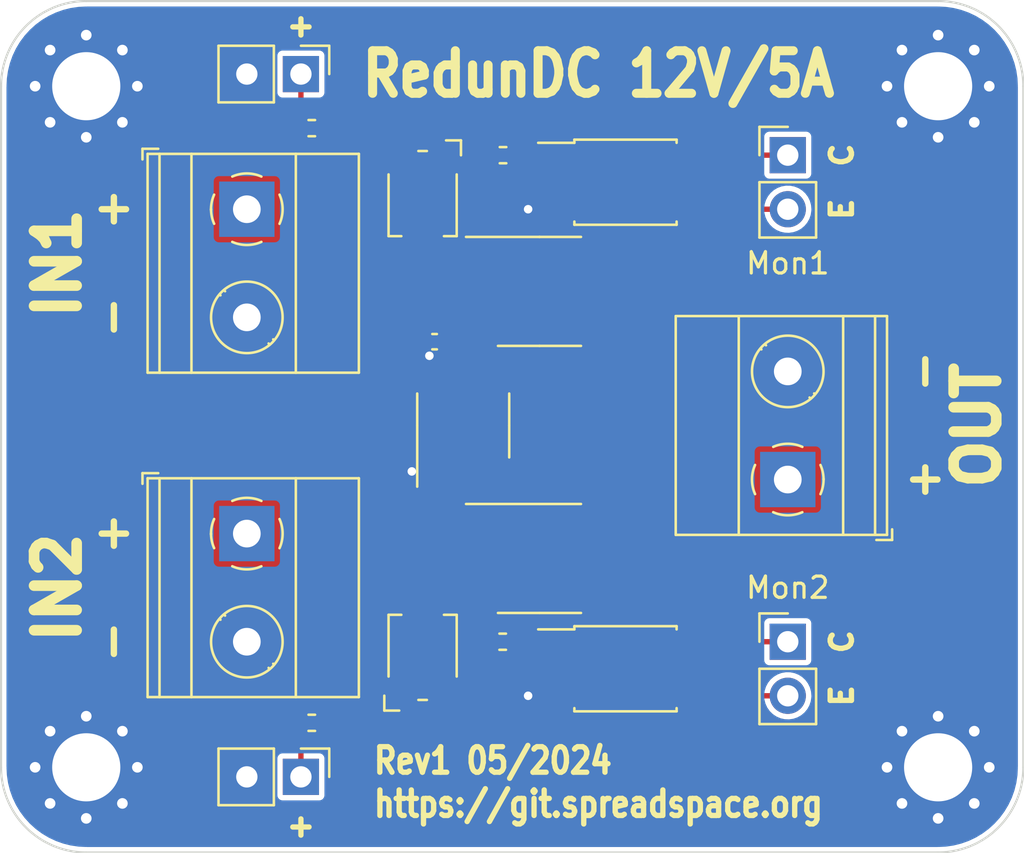
<source format=kicad_pcb>
(kicad_pcb (version 20211014) (generator pcbnew)
  (layers (0 "F.Cu" signal) (31 "B.Cu" signal) (34 "B.Paste" user) (35 "F.Paste" user) (36 "B.SilkS" user "B.Silkscreen") (37 "F.SilkS" user "F.Silkscreen") (38 "B.Mask" user) (39 "F.Mask" user) (44 "Edge.Cuts" user))
  (net 0 "")
  (net 1 "Net-(C1-Pad1)")
  (net 2 "GND")
  (net 3 "Net-(Q1-Pad4)")
  (net 4 "Net-(Q2-Pad4)")
  (net 10 "/IN1")
  (net 11 "/OUT")
  (net 12 "/IN2")
  (net 13 "Net-(R1-Pad2)")
  (net 14 "Net-(R2-Pad2)")
  (net 15 "Net-(J4-Pad1)")
  (net 16 "Net-(J4-Pad2)")
  (net 17 "Net-(J5-Pad2)")
  (net 18 "Net-(J5-Pad1)")
  (net 19 "Net-(J6-Pad1)")
  (net 20 "Net-(J7-Pad1)")
  (net 21 "Net-(R3-Pad1)")
  (net 22 "Net-(R4-Pad1)")
  (footprint "Connector_PinHeader_2.54mm:PinHeader_1x02_P2.54mm_Vertical" (layer "F.Cu") (at 132.08 107.95 -90)
    (fp_text reference "J7" hide)
    (fp_text value "Led2" hide)
    (fp_line (start 1.33 1.27) (end 1.33 3.87) (layer "F.SilkS") (width 0.12))
    (fp_line (start -1.33 1.27) (end -1.33 3.87) (layer "F.SilkS") (width 0.12))
    (fp_line (start -1.33 -1.33) (end 0 -1.33) (layer "F.SilkS") (width 0.12))
    (fp_line (start -1.33 0) (end -1.33 -1.33) (layer "F.SilkS") (width 0.12))
    (fp_line (start -1.33 1.27) (end 1.33 1.27) (layer "F.SilkS") (width 0.12))
    (fp_line (start -1.33 3.87) (end 1.33 3.87) (layer "F.SilkS") (width 0.12))
    (pad "1" thru_hole rect (at 0 0 270) (size 1.7 1.7) (drill 1) (layers *.Cu *.Mask) (net 20 "Net-(J7-Pad1)"))
    (pad "2" thru_hole oval (at 0 2.54 270) (size 1.7 1.7) (drill 1) (layers *.Cu *.Mask) (net 2 "GND"))
  )
  (footprint "Package_SO:MSOP-16_3x4mm_P0.5mm" (layer "F.Cu") (at 139.7 91.44 90)
    (fp_text reference "U1" hide)
    (fp_text value "LTC4353xMS")
    (fp_line (start 0 -2.16) (end -2.875 -2.16) (layer "F.SilkS") (width 0.12))
    (fp_line (start 0 -2.16) (end 1.5 -2.16) (layer "F.SilkS") (width 0.12))
    (fp_line (start 0 2.16) (end 1.5 2.16) (layer "F.SilkS") (width 0.12))
    (fp_line (start 0 2.16) (end -1.5 2.16) (layer "F.SilkS") (width 0.12))
    (pad "1" smd roundrect (at -2.15 -1.75 90) (size 1.45 0.3) (layers "F.Cu" "F.Paste" "F.Mask") (net 2 "GND"))
    (pad "2" smd roundrect (at -2.15 -1.25 90) (size 1.45 0.3) (layers "F.Cu" "F.Paste" "F.Mask"))
    (pad "3" smd roundrect (at -2.15 -0.75 90) (size 1.45 0.3) (layers "F.Cu" "F.Paste" "F.Mask"))
    (pad "4" smd roundrect (at -2.15 -0.25 90) (size 1.45 0.3) (layers "F.Cu" "F.Paste" "F.Mask") (net 12 "/IN2"))
    (pad "5" smd roundrect (at -2.15 0.25 90) (size 1.45 0.3) (layers "F.Cu" "F.Paste" "F.Mask") (net 4 "Net-(Q2-Pad4)"))
    (pad "6" smd roundrect (at -2.15 0.75 90) (size 1.45 0.3) (layers "F.Cu" "F.Paste" "F.Mask"))
    (pad "7" smd roundrect (at -2.15 1.25 90) (size 1.45 0.3) (layers "F.Cu" "F.Paste" "F.Mask") (net 11 "/OUT"))
    (pad "8" smd roundrect (at -2.15 1.75 90) (size 1.45 0.3) (layers "F.Cu" "F.Paste" "F.Mask"))
    (pad "9" smd roundrect (at 2.15 1.75 90) (size 1.45 0.3) (layers "F.Cu" "F.Paste" "F.Mask"))
    (pad "10" smd roundrect (at 2.15 1.25 90) (size 1.45 0.3) (layers "F.Cu" "F.Paste" "F.Mask") (net 11 "/OUT"))
    (pad "11" smd roundrect (at 2.15 0.75 90) (size 1.45 0.3) (layers "F.Cu" "F.Paste" "F.Mask"))
    (pad "12" smd roundrect (at 2.15 0.25 90) (size 1.45 0.3) (layers "F.Cu" "F.Paste" "F.Mask") (net 3 "Net-(Q1-Pad4)"))
    (pad "13" smd roundrect (at 2.15 -0.25 90) (size 1.45 0.3) (layers "F.Cu" "F.Paste" "F.Mask") (net 10 "/IN1"))
    (pad "14" smd roundrect (at 2.15 -0.75 90) (size 1.45 0.3) (layers "F.Cu" "F.Paste" "F.Mask") (net 1 "Net-(C1-Pad1)"))
    (pad "15" smd roundrect (at 2.15 -1.25 90) (size 1.45 0.3) (layers "F.Cu" "F.Paste" "F.Mask") (net 2 "GND"))
    (pad "16" smd roundrect (at 2.15 -1.75 90) (size 1.45 0.3) (layers "F.Cu" "F.Paste" "F.Mask") (net 2 "GND"))
  )
  (footprint "Package_SO:SO-4_4.4x3.6mm_P2.54mm" (layer "F.Cu") (at 147.32 102.87)
    (fp_text reference "U3" hide)
    (fp_text value "LTV-357T")
    (fp_line (start -2.4 -1.85) (end -4.1 -1.85) (layer "F.SilkS") (width 0.12))
    (fp_line (start 2.4 -2) (end 2.4 -1.85) (layer "F.SilkS") (width 0.12))
    (fp_line (start -2.4 -2) (end 2.4 -2) (layer "F.SilkS") (width 0.12))
    (fp_line (start 2.4 1.85) (end 2.4 2) (layer "F.SilkS") (width 0.12))
    (fp_line (start -2.4 -1.85) (end -2.4 -2) (layer "F.SilkS") (width 0.12))
    (fp_line (start 2.4 2) (end -2.4 2) (layer "F.SilkS") (width 0.12))
    (fp_line (start -2.4 2) (end -2.4 1.85) (layer "F.SilkS") (width 0.12))
    (pad "1" smd rect (at -3.15 -1.27) (size 2 0.64) (layers "F.Cu" "F.Paste" "F.Mask") (net 14 "Net-(R2-Pad2)"))
    (pad "2" smd rect (at -3.15 1.27) (size 2 0.64) (layers "F.Cu" "F.Paste" "F.Mask") (net 2 "GND"))
    (pad "3" smd rect (at 3.15 1.27) (size 2 0.64) (layers "F.Cu" "F.Paste" "F.Mask") (net 17 "Net-(J5-Pad2)"))
    (pad "4" smd rect (at 3.15 -1.27) (size 2 0.64) (layers "F.Cu" "F.Paste" "F.Mask") (net 18 "Net-(J5-Pad1)"))
  )
  (footprint "Resistor_SMD:R_0402_1005Metric" (layer "F.Cu") (at 132.589999 105.41 180)
    (fp_text reference "R4" hide)
    (fp_text value "220R" hide)
    (fp_line (start -0.153641 0.38) (end 0.153641 0.38) (layer "F.SilkS") (width 0.12))
    (fp_line (start -0.153641 -0.38) (end 0.153641 -0.38) (layer "F.SilkS") (width 0.12))
    (pad "1" smd roundrect (at -0.51 0 180) (size 0.54 0.64) (layers "F.Cu" "F.Paste" "F.Mask") (net 22 "Net-(R4-Pad1)"))
    (pad "2" smd roundrect (at 0.51 0 180) (size 0.54 0.64) (layers "F.Cu" "F.Paste" "F.Mask") (net 20 "Net-(J7-Pad1)"))
  )
  (footprint "Package_SO:SO-4_4.4x3.6mm_P2.54mm" (layer "F.Cu") (at 147.32 80.01)
    (fp_text reference "U2" hide)
    (fp_text value "LTV-357T")
    (fp_line (start -2.4 2) (end -2.4 1.85) (layer "F.SilkS") (width 0.12))
    (fp_line (start 2.4 2) (end -2.4 2) (layer "F.SilkS") (width 0.12))
    (fp_line (start 2.4 -2) (end 2.4 -1.85) (layer "F.SilkS") (width 0.12))
    (fp_line (start -2.4 -1.85) (end -4.1 -1.85) (layer "F.SilkS") (width 0.12))
    (fp_line (start -2.4 -1.85) (end -2.4 -2) (layer "F.SilkS") (width 0.12))
    (fp_line (start 2.4 1.85) (end 2.4 2) (layer "F.SilkS") (width 0.12))
    (fp_line (start -2.4 -2) (end 2.4 -2) (layer "F.SilkS") (width 0.12))
    (pad "1" smd rect (at -3.15 -1.27) (size 2 0.64) (layers "F.Cu" "F.Paste" "F.Mask") (net 13 "Net-(R1-Pad2)"))
    (pad "2" smd rect (at -3.15 1.27) (size 2 0.64) (layers "F.Cu" "F.Paste" "F.Mask") (net 2 "GND"))
    (pad "3" smd rect (at 3.15 1.27) (size 2 0.64) (layers "F.Cu" "F.Paste" "F.Mask") (net 16 "Net-(J4-Pad2)"))
    (pad "4" smd rect (at 3.15 -1.27) (size 2 0.64) (layers "F.Cu" "F.Paste" "F.Mask") (net 15 "Net-(J4-Pad1)"))
  )
  (footprint "Package_SO:SOIC-8_3.9x4.9mm_P1.27mm" (layer "F.Cu") (at 143.2814 85.1408)
    (fp_text reference "Q1" hide)
    (fp_text value "Si4162DY")
    (fp_line (start 0 2.56) (end -1.95 2.56) (layer "F.SilkS") (width 0.12))
    (fp_line (start 0 -2.56) (end 1.95 -2.56) (layer "F.SilkS") (width 0.12))
    (fp_line (start 0 -2.56) (end -3.45 -2.56) (layer "F.SilkS") (width 0.12))
    (fp_line (start 0 2.56) (end 1.95 2.56) (layer "F.SilkS") (width 0.12))
    (pad "1" smd roundrect (at -2.475 -1.905) (size 1.95 0.6) (layers "F.Cu" "F.Paste" "F.Mask") (net 10 "/IN1"))
    (pad "2" smd roundrect (at -2.475 -0.635) (size 1.95 0.6) (layers "F.Cu" "F.Paste" "F.Mask") (net 10 "/IN1"))
    (pad "3" smd roundrect (at -2.475 0.635) (size 1.95 0.6) (layers "F.Cu" "F.Paste" "F.Mask") (net 10 "/IN1"))
    (pad "4" smd roundrect (at -2.475 1.905) (size 1.95 0.6) (layers "F.Cu" "F.Paste" "F.Mask") (net 3 "Net-(Q1-Pad4)"))
    (pad "5" smd roundrect (at 2.475 1.905) (size 1.95 0.6) (layers "F.Cu" "F.Paste" "F.Mask") (net 11 "/OUT"))
    (pad "6" smd roundrect (at 2.475 0.635) (size 1.95 0.6) (layers "F.Cu" "F.Paste" "F.Mask") (net 11 "/OUT"))
    (pad "7" smd roundrect (at 2.475 -0.635) (size 1.95 0.6) (layers "F.Cu" "F.Paste" "F.Mask") (net 11 "/OUT"))
    (pad "8" smd roundrect (at 2.475 -1.905) (size 1.95 0.6) (layers "F.Cu" "F.Paste" "F.Mask") (net 11 "/OUT"))
  )
  (footprint "TerminalBlock_Phoenix:TerminalBlock_Phoenix_MKDS-1,5-2-5.08_1x02_P5.08mm_Horizontal" (layer "F.Cu") (at 129.54 96.52 -90)
    (fp_text reference "J3" hide)
    (fp_text value "IN2" (at 2.54 8.89 90) (layer "F.SilkS") (effects (font (size 2 2) (thickness 0.5))))
    (fp_line (start 3.853 1.023) (end 3.806 1.069) (layer "F.SilkS") (width 0.12))
    (fp_line (start -2.6 2.6) (end 7.68 2.6) (layer "F.SilkS") (width 0.12))
    (fp_line (start -2.84 4.16) (end -2.84 4.9) (layer "F.SilkS") (width 0.12))
    (fp_line (start 6.15 -1.275) (end 6.115 -1.239) (layer "F.SilkS") (width 0.12))
    (fp_line (start -2.6 -2.301) (end 7.68 -2.301) (layer "F.SilkS") (width 0.12))
    (fp_line (start -2.6 4.1) (end 7.68 4.1) (layer "F.SilkS") (width 0.12))
    (fp_line (start -2.84 4.9) (end -2.34 4.9) (layer "F.SilkS") (width 0.12))
    (fp_line (start 4.046 1.239) (end 4.011 1.274) (layer "F.SilkS") (width 0.12))
    (fp_line (start -2.6 -5.261) (end 7.68 -5.261) (layer "F.SilkS") (width 0.12))
    (fp_line (start -2.6 -5.261) (end -2.6 4.66) (layer "F.SilkS") (width 0.12))
    (fp_line (start 7.68 -5.261) (end 7.68 4.66) (layer "F.SilkS") (width 0.12))
    (fp_line (start -2.6 4.66) (end 7.68 4.66) (layer "F.SilkS") (width 0.12))
    (fp_line (start 6.355 -1.069) (end 6.308 -1.023) (layer "F.SilkS") (width 0.12))
    (fp_arc (start 1.535427 -0.683042) (mid 1.680501 0.000524) (end 1.535 0.684) (layer "F.SilkS") (width 0.12))
    (fp_arc (start -0.683042 -1.535427) (mid 0.000524 -1.680501) (end 0.684 -1.535) (layer "F.SilkS") (width 0.12))
    (fp_arc (start 0.683318 1.534756) (mid 0.349292 1.643288) (end 0 1.68) (layer "F.SilkS") (width 0.12))
    (fp_arc (start 0.028805 1.680253) (mid -0.335551 1.646659) (end -0.684 1.535) (layer "F.SilkS") (width 0.12))
    (fp_arc (start -1.535427 0.683042) (mid -1.680501 -0.000524) (end -1.535 -0.684) (layer "F.SilkS") (width 0.12))
    (fp_circle (center 5.08 0) (end 6.76 0) (layer "F.SilkS") (width 0.12) (fill none))
    (pad "1" thru_hole rect (at 0 0 270) (size 2.6 2.6) (drill 1.3) (layers *.Cu *.Mask) (net 12 "/IN2"))
    (pad "2" thru_hole circle (at 5.08 0 270) (size 2.6 2.6) (drill 1.3) (layers *.Cu *.Mask) (net 2 "GND"))
  )
  (footprint "Capacitor_SMD:C_0402_1005Metric" (layer "F.Cu") (at 138.3564 87.503 180)
    (fp_text reference "C1" hide)
    (fp_text value "100n")
    (fp_line (start -0.107836 0.36) (end 0.107836 0.36) (layer "F.SilkS") (width 0.12))
    (fp_line (start -0.107836 -0.36) (end 0.107836 -0.36) (layer "F.SilkS") (width 0.12))
    (pad "1" smd roundrect (at -0.48 0 180) (size 0.56 0.62) (layers "F.Cu" "F.Paste" "F.Mask") (net 1 "Net-(C1-Pad1)"))
    (pad "2" smd roundrect (at 0.48 0 180) (size 0.56 0.62) (layers "F.Cu" "F.Paste" "F.Mask") (net 2 "GND"))
  )
  (footprint "Connector_PinHeader_2.54mm:PinHeader_1x02_P2.54mm_Vertical" (layer "F.Cu") (at 132.08 74.93 -90)
    (fp_text reference "J6" hide)
    (fp_text value "Led1" hide)
    (fp_line (start -1.33 0) (end -1.33 -1.33) (layer "F.SilkS") (width 0.12))
    (fp_line (start -1.33 3.87) (end 1.33 3.87) (layer "F.SilkS") (width 0.12))
    (fp_line (start 1.33 1.27) (end 1.33 3.87) (layer "F.SilkS") (width 0.12))
    (fp_line (start -1.33 1.27) (end 1.33 1.27) (layer "F.SilkS") (width 0.12))
    (fp_line (start -1.33 -1.33) (end 0 -1.33) (layer "F.SilkS") (width 0.12))
    (fp_line (start -1.33 1.27) (end -1.33 3.87) (layer "F.SilkS") (width 0.12))
    (pad "1" thru_hole rect (at 0 0 270) (size 1.7 1.7) (drill 1) (layers *.Cu *.Mask) (net 19 "Net-(J6-Pad1)"))
    (pad "2" thru_hole oval (at 0 2.54 270) (size 1.7 1.7) (drill 1) (layers *.Cu *.Mask) (net 2 "GND"))
  )
  (footprint "Potentiometer_SMD:Potentiometer_Bourns_TC33X_Vertical" (layer "F.Cu") (at 137.795 80.645 -90)
    (fp_text reference "RV1" hide)
    (fp_text value "1K0" hide)
    (fp_line (start 1.9 1.6) (end 1.9 1) (layer "F.SilkS") (width 0.12))
    (fp_line (start -2.6 -1.8) (end -2.6 -1.1) (layer "F.SilkS") (width 0.12))
    (fp_line (start -1 1.6) (end 1.9 1.6) (layer "F.SilkS") (width 0.12))
    (fp_line (start -1 -1.6) (end 1.9 -1.6) (layer "F.SilkS") (width 0.12))
    (fp_line (start -2.1 -0.2) (end -2.1 0.2) (layer "F.SilkS") (width 0.12))
    (fp_line (start -1.9 -1.8) (end -2.6 -1.8) (layer "F.SilkS") (width 0.12))
    (fp_line (start 1.9 -1.6) (end 1.9 -1) (layer "F.SilkS") (width 0.12))
    (pad "1" smd rect (at -1.8 -1 270) (size 1.2 1.2) (layers "F.Cu" "F.Paste" "F.Mask") (net 21 "Net-(R3-Pad1)"))
    (pad "2" smd rect (at 1.45 0 270) (size 1.5 1.6) (layers "F.Cu" "F.Paste" "F.Mask") (net 10 "/IN1"))
    (pad "3" smd rect (at -1.8 1 270) (size 1.2 1.2) (layers "F.Cu" "F.Paste" "F.Mask") (net 10 "/IN1"))
  )
  (footprint "Package_SO:SOIC-8_3.9x4.9mm_P1.27mm" (layer "F.Cu") (at 143.2814 97.6884)
    (fp_text reference "Q2" hide)
    (fp_text value "Si4162DY")
    (fp_line (start 0 2.56) (end -1.95 2.56) (layer "F.SilkS") (width 0.12))
    (fp_line (start 0 -2.56) (end 1.95 -2.56) (layer "F.SilkS") (width 0.12))
    (fp_line (start 0 2.56) (end 1.95 2.56) (layer "F.SilkS") (width 0.12))
    (fp_line (start 0 -2.56) (end -3.45 -2.56) (layer "F.SilkS") (width 0.12))
    (pad "1" smd roundrect (at -2.475 -1.905) (size 1.95 0.6) (layers "F.Cu" "F.Paste" "F.Mask") (net 12 "/IN2"))
    (pad "2" smd roundrect (at -2.475 -0.635) (size 1.95 0.6) (layers "F.Cu" "F.Paste" "F.Mask") (net 12 "/IN2"))
    (pad "3" smd roundrect (at -2.475 0.635) (size 1.95 0.6) (layers "F.Cu" "F.Paste" "F.Mask") (net 12 "/IN2"))
    (pad "4" smd roundrect (at -2.475 1.905) (size 1.95 0.6) (layers "F.Cu" "F.Paste" "F.Mask") (net 4 "Net-(Q2-Pad4)"))
    (pad "5" smd roundrect (at 2.475 1.905) (size 1.95 0.6) (layers "F.Cu" "F.Paste" "F.Mask") (net 11 "/OUT"))
    (pad "6" smd roundrect (at 2.475 0.635) (size 1.95 0.6) (layers "F.Cu" "F.Paste" "F.Mask") (net 11 "/OUT"))
    (pad "7" smd roundrect (at 2.475 -0.635) (size 1.95 0.6) (layers "F.Cu" "F.Paste" "F.Mask") (net 11 "/OUT"))
    (pad "8" smd roundrect (at 2.475 -1.905) (size 1.95 0.6) (layers "F.Cu" "F.Paste" "F.Mask") (net 11 "/OUT"))
  )
  (footprint "MountingHole:MountingHole_3.2mm_M3_Pad_Via" (layer "F.Cu") (at 162 75.5)
    (fp_text reference "H1" hide)
    (fp_text value "MountingHole_Pad" hide)
    (pad "1" thru_hole circle (at 0 -2.4) (size 0.8 0.8) (drill 0.5) (layers *.Cu *.Mask) (net 2 "GND"))
    (pad "1" thru_hole circle (at -2.4 0) (size 0.8 0.8) (drill 0.5) (layers *.Cu *.Mask) (net 2 "GND"))
    (pad "1" thru_hole circle (at -1.697056 1.697056) (size 0.8 0.8) (drill 0.5) (layers *.Cu *.Mask) (net 2 "GND"))
    (pad "1" thru_hole circle (at -1.697056 -1.697056) (size 0.8 0.8) (drill 0.5) (layers *.Cu *.Mask) (net 2 "GND"))
    (pad "1" thru_hole circle (at 1.697056 1.697056) (size 0.8 0.8) (drill 0.5) (layers *.Cu *.Mask) (net 2 "GND"))
    (pad "1" thru_hole circle (at 0 2.4) (size 0.8 0.8) (drill 0.5) (layers *.Cu *.Mask) (net 2 "GND"))
    (pad "1" thru_hole circle (at 1.697056 -1.697056) (size 0.8 0.8) (drill 0.5) (layers *.Cu *.Mask) (net 2 "GND"))
    (pad "1" thru_hole circle (at 0 0) (size 6.4 6.4) (drill 3.2) (layers *.Cu *.Mask) (net 2 "GND"))
    (pad "1" thru_hole circle (at 2.4 0) (size 0.8 0.8) (drill 0.5) (layers *.Cu *.Mask) (net 2 "GND"))
  )
  (footprint "Resistor_SMD:R_0402_1005Metric" (layer "F.Cu") (at 141.5542 101.6)
    (fp_text reference "R2" hide)
    (fp_text value "390R")
    (fp_line (start -0.153641 0.38) (end 0.153641 0.38) (layer "F.SilkS") (width 0.12))
    (fp_line (start -0.153641 -0.38) (end 0.153641 -0.38) (layer "F.SilkS") (width 0.12))
    (pad "1" smd roundrect (at -0.51 0) (size 0.54 0.64) (layers "F.Cu" "F.Paste" "F.Mask") (net 12 "/IN2"))
    (pad "2" smd roundrect (at 0.51 0) (size 0.54 0.64) (layers "F.Cu" "F.Paste" "F.Mask") (net 14 "Net-(R2-Pad2)"))
  )
  (footprint "TerminalBlock_Phoenix:TerminalBlock_Phoenix_MKDS-1,5-2-5.08_1x02_P5.08mm_Horizontal" (layer "F.Cu") (at 154.94 93.98 90)
    (fp_text reference "J2" hide)
    (fp_text value "OUT" (at 2.54 8.89 90) (layer "F.SilkS") (effects (font (size 2 2) (thickness 0.5))))
    (fp_line (start -2.6 2.6) (end 7.68 2.6) (layer "F.SilkS") (width 0.12))
    (fp_line (start -2.6 4.1) (end 7.68 4.1) (layer "F.SilkS") (width 0.12))
    (fp_line (start 3.853 1.023) (end 3.806 1.069) (layer "F.SilkS") (width 0.12))
    (fp_line (start -2.84 4.9) (end -2.34 4.9) (layer "F.SilkS") (width 0.12))
    (fp_line (start 7.68 -5.261) (end 7.68 4.66) (layer "F.SilkS") (width 0.12))
    (fp_line (start -2.6 4.66) (end 7.68 4.66) (layer "F.SilkS") (width 0.12))
    (fp_line (start 6.355 -1.069) (end 6.308 -1.023) (layer "F.SilkS") (width 0.12))
    (fp_line (start -2.6 -5.261) (end 7.68 -5.261) (layer "F.SilkS") (width 0.12))
    (fp_line (start -2.6 -2.301) (end 7.68 -2.301) (layer "F.SilkS") (width 0.12))
    (fp_line (start -2.6 -5.261) (end -2.6 4.66) (layer "F.SilkS") (width 0.12))
    (fp_line (start 4.046 1.239) (end 4.011 1.274) (layer "F.SilkS") (width 0.12))
    (fp_line (start -2.84 4.16) (end -2.84 4.9) (layer "F.SilkS") (width 0.12))
    (fp_line (start 6.15 -1.275) (end 6.115 -1.239) (layer "F.SilkS") (width 0.12))
    (fp_arc (start -1.535427 0.683042) (mid -1.680501 -0.000524) (end -1.535 -0.684) (layer "F.SilkS") (width 0.12))
    (fp_arc (start 0.028805 1.680253) (mid -0.335551 1.646659) (end -0.684 1.535) (layer "F.SilkS") (width 0.12))
    (fp_arc (start 1.535427 -0.683042) (mid 1.680501 0.000524) (end 1.535 0.684) (layer "F.SilkS") (width 0.12))
    (fp_arc (start -0.683042 -1.535427) (mid 0.000524 -1.680501) (end 0.684 -1.535) (layer "F.SilkS") (width 0.12))
    (fp_arc (start 0.683318 1.534756) (mid 0.349292 1.643288) (end 0 1.68) (layer "F.SilkS") (width 0.12))
    (fp_circle (center 5.08 0) (end 6.76 0) (layer "F.SilkS") (width 0.12) (fill none))
    (pad "1" thru_hole rect (at 0 0 90) (size 2.6 2.6) (drill 1.3) (layers *.Cu *.Mask) (net 11 "/OUT"))
    (pad "2" thru_hole circle (at 5.08 0 90) (size 2.6 2.6) (drill 1.3) (layers *.Cu *.Mask) (net 2 "GND"))
  )
  (footprint "MountingHole:MountingHole_3.2mm_M3_Pad_Via" (layer "F.Cu") (at 162 107.5)
    (fp_text reference "H4" hide)
    (fp_text value "MountingHole_Pad" hide)
    (pad "1" thru_hole circle (at 0 0) (size 6.4 6.4) (drill 3.2) (layers *.Cu *.Mask) (net 2 "GND"))
    (pad "1" thru_hole circle (at -1.697056 1.697056) (size 0.8 0.8) (drill 0.5) (layers *.Cu *.Mask) (net 2 "GND"))
    (pad "1" thru_hole circle (at 2.4 0) (size 0.8 0.8) (drill 0.5) (layers *.Cu *.Mask) (net 2 "GND"))
    (pad "1" thru_hole circle (at 1.697056 1.697056) (size 0.8 0.8) (drill 0.5) (layers *.Cu *.Mask) (net 2 "GND"))
    (pad "1" thru_hole circle (at -1.697056 -1.697056) (size 0.8 0.8) (drill 0.5) (layers *.Cu *.Mask) (net 2 "GND"))
    (pad "1" thru_hole circle (at 0 -2.4) (size 0.8 0.8) (drill 0.5) (layers *.Cu *.Mask) (net 2 "GND"))
    (pad "1" thru_hole circle (at 1.697056 -1.697056) (size 0.8 0.8) (drill 0.5) (layers *.Cu *.Mask) (net 2 "GND"))
    (pad "1" thru_hole circle (at -2.4 0) (size 0.8 0.8) (drill 0.5) (layers *.Cu *.Mask) (net 2 "GND"))
    (pad "1" thru_hole circle (at 0 2.4) (size 0.8 0.8) (drill 0.5) (layers *.Cu *.Mask) (net 2 "GND"))
  )
  (footprint "MountingHole:MountingHole_3.2mm_M3_Pad_Via" (layer "F.Cu") (at 122 75.5)
    (fp_text reference "H3" hide)
    (fp_text value "MountingHole_Pad" hide)
    (pad "1" thru_hole circle (at 1.697056 1.697056) (size 0.8 0.8) (drill 0.5) (layers *.Cu *.Mask) (net 2 "GND"))
    (pad "1" thru_hole circle (at 1.697056 -1.697056) (size 0.8 0.8) (drill 0.5) (layers *.Cu *.Mask) (net 2 "GND"))
    (pad "1" thru_hole circle (at -1.697056 1.697056) (size 0.8 0.8) (drill 0.5) (layers *.Cu *.Mask) (net 2 "GND"))
    (pad "1" thru_hole circle (at 0 -2.4) (size 0.8 0.8) (drill 0.5) (layers *.Cu *.Mask) (net 2 "GND"))
    (pad "1" thru_hole circle (at 0 2.4) (size 0.8 0.8) (drill 0.5) (layers *.Cu *.Mask) (net 2 "GND"))
    (pad "1" thru_hole circle (at -1.697056 -1.697056) (size 0.8 0.8) (drill 0.5) (layers *.Cu *.Mask) (net 2 "GND"))
    (pad "1" thru_hole circle (at 2.4 0) (size 0.8 0.8) (drill 0.5) (layers *.Cu *.Mask) (net 2 "GND"))
    (pad "1" thru_hole circle (at 0 0) (size 6.4 6.4) (drill 3.2) (layers *.Cu *.Mask) (net 2 "GND"))
    (pad "1" thru_hole circle (at -2.4 0) (size 0.8 0.8) (drill 0.5) (layers *.Cu *.Mask) (net 2 "GND"))
  )
  (footprint "Potentiometer_SMD:Potentiometer_Bourns_TC33X_Vertical" (layer "F.Cu") (at 137.795 102.235 90)
    (fp_text reference "RV2" hide)
    (fp_text value "1K0" hide)
    (fp_line (start 1.9 -1.6) (end 1.9 -1) (layer "F.SilkS") (width 0.12))
    (fp_line (start -2.6 -1.8) (end -2.6 -1.1) (layer "F.SilkS") (width 0.12))
    (fp_line (start -1 1.6) (end 1.9 1.6) (layer "F.SilkS") (width 0.12))
    (fp_line (start -1.9 -1.8) (end -2.6 -1.8) (layer "F.SilkS") (width 0.12))
    (fp_line (start 1.9 1.6) (end 1.9 1) (layer "F.SilkS") (width 0.12))
    (fp_line (start -1 -1.6) (end 1.9 -1.6) (layer "F.SilkS") (width 0.12))
    (fp_line (start -2.1 -0.2) (end -2.1 0.2) (layer "F.SilkS") (width 0.12))
    (pad "1" smd rect (at -1.8 -1 90) (size 1.2 1.2) (layers "F.Cu" "F.Paste" "F.Mask") (net 22 "Net-(R4-Pad1)"))
    (pad "2" smd rect (at 1.45 0 90) (size 1.5 1.6) (layers "F.Cu" "F.Paste" "F.Mask") (net 12 "/IN2"))
    (pad "3" smd rect (at -1.8 1 90) (size 1.2 1.2) (layers "F.Cu" "F.Paste" "F.Mask") (net 12 "/IN2"))
  )
  (footprint "MountingHole:MountingHole_3.2mm_M3_Pad_Via" (layer "F.Cu") (at 122 107.5)
    (fp_text reference "H2" hide)
    (fp_text value "MountingHole_Pad" hide)
    (pad "1" thru_hole circle (at 1.697056 -1.697056) (size 0.8 0.8) (drill 0.5) (layers *.Cu *.Mask) (net 2 "GND"))
    (pad "1" thru_hole circle (at -2.4 0) (size 0.8 0.8) (drill 0.5) (layers *.Cu *.Mask) (net 2 "GND"))
    (pad "1" thru_hole circle (at 2.4 0) (size 0.8 0.8) (drill 0.5) (layers *.Cu *.Mask) (net 2 "GND"))
    (pad "1" thru_hole circle (at 0 -2.4) (size 0.8 0.8) (drill 0.5) (layers *.Cu *.Mask) (net 2 "GND"))
    (pad "1" thru_hole circle (at -1.697056 -1.697056) (size 0.8 0.8) (drill 0.5) (layers *.Cu *.Mask) (net 2 "GND"))
    (pad "1" thru_hole circle (at 1.697056 1.697056) (size 0.8 0.8) (drill 0.5) (layers *.Cu *.Mask) (net 2 "GND"))
    (pad "1" thru_hole circle (at 0 0) (size 6.4 6.4) (drill 3.2) (layers *.Cu *.Mask) (net 2 "GND"))
    (pad "1" thru_hole circle (at -1.697056 1.697056) (size 0.8 0.8) (drill 0.5) (layers *.Cu *.Mask) (net 2 "GND"))
    (pad "1" thru_hole circle (at 0 2.4) (size 0.8 0.8) (drill 0.5) (layers *.Cu *.Mask) (net 2 "GND"))
  )
  (footprint "Resistor_SMD:R_0402_1005Metric" (layer "F.Cu") (at 132.59 77.47 180)
    (fp_text reference "R3" hide)
    (fp_text value "220R" hide)
    (fp_line (start -0.153641 0.38) (end 0.153641 0.38) (layer "F.SilkS") (width 0.12))
    (fp_line (start -0.153641 -0.38) (end 0.153641 -0.38) (layer "F.SilkS") (width 0.12))
    (pad "1" smd roundrect (at -0.51 0 180) (size 0.54 0.64) (layers "F.Cu" "F.Paste" "F.Mask") (net 21 "Net-(R3-Pad1)"))
    (pad "2" smd roundrect (at 0.51 0 180) (size 0.54 0.64) (layers "F.Cu" "F.Paste" "F.Mask") (net 19 "Net-(J6-Pad1)"))
  )
  (footprint "Connector_PinHeader_2.54mm:PinHeader_1x02_P2.54mm_Vertical" (layer "F.Cu") (at 154.94 78.74)
    (fp_text reference "J4" hide)
    (fp_text value "Mon1" (at 0 5.08) (layer "F.SilkS"))
    (fp_line (start -1.33 3.87) (end 1.33 3.87) (layer "F.SilkS") (width 0.12))
    (fp_line (start -1.33 -1.33) (end 0 -1.33) (layer "F.SilkS") (width 0.12))
    (fp_line (start -1.33 0) (end -1.33 -1.33) (layer "F.SilkS") (width 0.12))
    (fp_line (start 1.33 1.27) (end 1.33 3.87) (layer "F.SilkS") (width 0.12))
    (fp_line (start -1.33 1.27) (end -1.33 3.87) (layer "F.SilkS") (width 0.12))
    (fp_line (start -1.33 1.27) (end 1.33 1.27) (layer "F.SilkS") (width 0.12))
    (pad "1" thru_hole rect (at 0 0) (size 1.7 1.7) (drill 1) (layers *.Cu *.Mask) (net 15 "Net-(J4-Pad1)"))
    (pad "2" thru_hole oval (at 0 2.54) (size 1.7 1.7) (drill 1) (layers *.Cu *.Mask) (net 16 "Net-(J4-Pad2)"))
  )
  (footprint "TerminalBlock_Phoenix:TerminalBlock_Phoenix_MKDS-1,5-2-5.08_1x02_P5.08mm_Horizontal" (layer "F.Cu") (at 129.54 81.28 -90)
    (fp_text reference "J1" hide)
    (fp_text value "IN1" (at 2.54 8.89 90) (layer "F.SilkS") (effects (font (size 2 2) (thickness 0.5))))
    (fp_line (start -2.84 4.16) (end -2.84 4.9) (layer "F.SilkS") (width 0.12))
    (fp_line (start 3.853 1.023) (end 3.806 1.069) (layer "F.SilkS") (width 0.12))
    (fp_line (start -2.84 4.9) (end -2.34 4.9) (layer "F.SilkS") (width 0.12))
    (fp_line (start 4.046 1.239) (end 4.011 1.274) (layer "F.SilkS") (width 0.12))
    (fp_line (start 6.355 -1.069) (end 6.308 -1.023) (layer "F.SilkS") (width 0.12))
    (fp_line (start -2.6 -2.301) (end 7.68 -2.301) (layer "F.SilkS") (width 0.12))
    (fp_line (start 6.15 -1.275) (end 6.115 -1.239) (layer "F.SilkS") (width 0.12))
    (fp_line (start -2.6 -5.261) (end -2.6 4.66) (layer "F.SilkS") (width 0.12))
    (fp_line (start -2.6 4.1) (end 7.68 4.1) (layer "F.SilkS") (width 0.12))
    (fp_line (start -2.6 2.6) (end 7.68 2.6) (layer "F.SilkS") (width 0.12))
    (fp_line (start -2.6 4.66) (end 7.68 4.66) (layer "F.SilkS") (width 0.12))
    (fp_line (start 7.68 -5.261) (end 7.68 4.66) (layer "F.SilkS") (width 0.12))
    (fp_line (start -2.6 -5.261) (end 7.68 -5.261) (layer "F.SilkS") (width 0.12))
    (fp_arc (start 0.683318 1.534756) (mid 0.349292 1.643288) (end 0 1.68) (layer "F.SilkS") (width 0.12))
    (fp_arc (start 1.535427 -0.683042) (mid 1.680501 0.000524) (end 1.535 0.684) (layer "F.SilkS") (width 0.12))
    (fp_arc (start -1.535427 0.683042) (mid -1.680501 -0.000524) (end -1.535 -0.684) (layer "F.SilkS") (width 0.12))
    (fp_arc (start -0.683042 -1.535427) (mid 0.000524 -1.680501) (end 0.684 -1.535) (layer "F.SilkS") (width 0.12))
    (fp_arc (start 0.028805 1.680253) (mid -0.335551 1.646659) (end -0.684 1.535) (layer "F.SilkS") (width 0.12))
    (fp_circle (center 5.08 0) (end 6.76 0) (layer "F.SilkS") (width 0.12) (fill none))
    (pad "1" thru_hole rect (at 0 0 270) (size 2.6 2.6) (drill 1.3) (layers *.Cu *.Mask) (net 10 "/IN1"))
    (pad "2" thru_hole circle (at 5.08 0 270) (size 2.6 2.6) (drill 1.3) (layers *.Cu *.Mask) (net 2 "GND"))
  )
  (footprint "Connector_PinHeader_2.54mm:PinHeader_1x02_P2.54mm_Vertical" (layer "F.Cu") (at 154.94 101.6)
    (fp_text reference "J5" hide)
    (fp_text value "Mon2" (at 0 -2.54) (layer "F.SilkS"))
    (fp_line (start 1.33 1.27) (end 1.33 3.87) (layer "F.SilkS") (width 0.12))
    (fp_line (start -1.33 1.27) (end 1.33 1.27) (layer "F.SilkS") (width 0.12))
    (fp_line (start -1.33 3.87) (end 1.33 3.87) (layer "F.SilkS") (width 0.12))
    (fp_line (start -1.33 -1.33) (end 0 -1.33) (layer "F.SilkS") (width 0.12))
    (fp_line (start -1.33 1.27) (end -1.33 3.87) (layer "F.SilkS") (width 0.12))
    (fp_line (start -1.33 0) (end -1.33 -1.33) (layer "F.SilkS") (width 0.12))
    (pad "1" thru_hole rect (at 0 0) (size 1.7 1.7) (drill 1) (layers *.Cu *.Mask) (net 18 "Net-(J5-Pad1)"))
    (pad "2" thru_hole oval (at 0 2.54) (size 1.7 1.7) (drill 1) (layers *.Cu *.Mask) (net 17 "Net-(J5-Pad2)"))
  )
  (footprint "Resistor_SMD:R_0402_1005Metric" (layer "F.Cu") (at 141.57 78.74)
    (fp_text reference "R1" hide)
    (fp_text value "390R")
    (fp_line (start -0.153641 0.38) (end 0.153641 0.38) (layer "F.SilkS") (width 0.12))
    (fp_line (start -0.153641 -0.38) (end 0.153641 -0.38) (layer "F.SilkS") (width 0.12))
    (pad "1" smd roundrect (at -0.51 0) (size 0.54 0.64) (layers "F.Cu" "F.Paste" "F.Mask") (net 10 "/IN1"))
    (pad "2" smd roundrect (at 0.51 0) (size 0.54 0.64) (layers "F.Cu" "F.Paste" "F.Mask") (net 13 "Net-(R1-Pad2)"))
  )
  (gr_arc (start 162 71.5) (mid 164.828427 72.671573) (end 166 75.5) (layer "Edge.Cuts") (width 0.1))
  (gr_arc (start 118 75.5) (mid 119.171573 72.671573) (end 122 71.5) (layer "Edge.Cuts") (width 0.1))
  (gr_arc (start 122 111.5) (mid 119.171573 110.328427) (end 118 107.5) (layer "Edge.Cuts") (width 0.1))
  (gr_line (start 118 107.5) (end 118 75.5) (layer "Edge.Cuts") (width 0.1))
  (gr_line (start 166 75.5) (end 166 107.5) (layer "Edge.Cuts") (width 0.1))
  (gr_line (start 122 71.5) (end 162 71.5) (layer "Edge.Cuts") (width 0.1))
  (gr_line (start 162 111.5) (end 122 111.5) (layer "Edge.Cuts") (width 0.1))
  (gr_arc (start 166 107.5) (mid 164.828427 110.328427) (end 162 111.5) (layer "Edge.Cuts") (width 0.1))
  (gr_text "RedunDC 12V/5A" (at 146.05 74.93) (layer "F.SilkS") (effects (font (size 2 1.7) (thickness 0.425))))
  (gr_text "+" (at 161.29 93.98 90) (layer "F.SilkS") (effects (font (size 1.5 1.5) (thickness 0.3))))
  (gr_text "+" (at 132.08 72.644) (layer "F.SilkS") (effects (font (size 1 1) (thickness 0.25))))
  (gr_text "+" (at 132.08 110.236) (layer "F.SilkS") (effects (font (size 1 1) (thickness 0.25))))
  (gr_text "+" (at 123.19 81.28 90) (layer "F.SilkS") (effects (font (size 1.5 1.5) (thickness 0.3))))
  (gr_text "E" (at 157.48 81.28 90) (layer "F.SilkS") (effects (font (size 1 1) (thickness 0.25))))
  (gr_text "-" (at 123.19 86.36 90) (layer "F.SilkS") (effects (font (size 1.5 1.5) (thickness 0.3))))
  (gr_text "C\n" (at 157.48 101.6 90) (layer "F.SilkS") (effects (font (size 1 1) (thickness 0.25))))
  (gr_text "E" (at 157.48 104.14 90) (layer "F.SilkS") (effects (font (size 1 1) (thickness 0.25))))
  (gr_text "https://git.spreadspace.org" (at 146.05 109.22) (layer "F.SilkS") (effects (font (size 1.2 1) (thickness 0.25))))
  (gr_text "Rev1 05/2024" (at 135.382 107.188) (layer "F.SilkS") (effects (font (size 1.2 1) (thickness 0.25)) (justify left)))
  (gr_text "-" (at 123.19 101.6 90) (layer "F.SilkS") (effects (font (size 1.5 1.5) (thickness 0.3))))
  (gr_text "+" (at 123.19 96.52 90) (layer "F.SilkS") (effects (font (size 1.5 1.5) (thickness 0.3))))
  (gr_text "-" (at 161.29 88.9 90) (layer "F.SilkS") (effects (font (size 1.5 1.5) (thickness 0.3))))
  (gr_text "C\n" (at 157.48 78.74 90) (layer "F.SilkS") (effects (font (size 1 1) (thickness 0.25))))
  (segment (start 138.95 89.29) (end 138.95 88.277) (width 0.25) (layer "F.Cu") (net 1))
  (segment (start 138.8364 88.1634) (end 138.8364 87.503) (width 0.25) (layer "F.Cu") (net 1))
  (segment (start 138.95 88.277) (end 138.8364 88.1634) (width 0.25) (layer "F.Cu") (net 1))
  (segment (start 137.95 88.327744) (end 138.111903 88.165841) (width 0.25) (layer "F.Cu") (net 2))
  (segment (start 137.8764 87.930338) (end 138.111903 88.165841) (width 0.25) (layer "F.Cu") (net 2))
  (segment (start 144.17 104.14) (end 142.748 104.14) (width 0.25) (layer "F.Cu") (net 2))
  (segment (start 137.8764 87.503) (end 137.8764 87.930338) (width 0.25) (layer "F.Cu") (net 2))
  (segment (start 138.45 88.503938) (end 138.111903 88.165841) (width 0.25) (layer "F.Cu") (net 2))
  (segment (start 137.95 89.29) (end 137.95 88.327744) (width 0.25) (layer "F.Cu") (net 2))
  (segment (start 137.95 93.59) (end 137.296 93.59) (width 0.25) (layer "F.Cu") (net 2))
  (segment (start 138.45 89.29) (end 138.45 88.503938) (width 0.25) (layer "F.Cu") (net 2))
  (segment (start 144.17 81.28) (end 142.748 81.28) (width 0.25) (layer "F.Cu") (net 2))
  (segment (start 137.296 93.59) (end 137.287 93.599) (width 0.25) (layer "F.Cu") (net 2))
  (via (at 142.748 104.14) (size 0.8) (drill 0.4) (layers "F.Cu" "B.Cu") (net 2))
  (via (at 138.111903 88.165841) (size 0.8) (drill 0.4) (layers "F.Cu" "B.Cu") (net 2))
  (via (at 137.287 93.599) (size 0.8) (drill 0.4) (layers "F.Cu" "B.Cu") (net 2))
  (via (at 142.748 81.28) (size 0.8) (drill 0.4) (layers "F.Cu" "B.Cu") (net 2))
  (segment (start 139.95 89.29) (end 139.95 88.396) (width 0.25) (layer "F.Cu") (net 3))
  (segment (start 140.8064 87.5396) (end 140.8064 87.0458) (width 0.25) (layer "F.Cu") (net 3))
  (segment (start 139.95 88.396) (end 140.8064 87.5396) (width 0.25) (layer "F.Cu") (net 3))
  (segment (start 141.732 94.742) (end 142.494 95.504) (width 0.25) (layer "F.Cu") (net 4))
  (segment (start 139.95 94.380685) (end 140.311315 94.742) (width 0.25) (layer "F.Cu") (net 4))
  (segment (start 142.494 95.504) (end 142.494 99.187) (width 0.25) (layer "F.Cu") (net 4))
  (segment (start 142.0876 99.5934) (end 140.8064 99.5934) (width 0.25) (layer "F.Cu") (net 4))
  (segment (start 139.95 93.59) (end 139.95 94.380685) (width 0.25) (layer "F.Cu") (net 4))
  (segment (start 140.311315 94.742) (end 141.732 94.742) (width 0.25) (layer "F.Cu") (net 4))
  (segment (start 142.494 99.187) (end 142.0876 99.5934) (width 0.25) (layer "F.Cu") (net 4))
  (segment (start 139.45 89.29) (end 139.45 85.975) (width 0.25) (layer "F.Cu") (net 10))
  (segment (start 141.06 79.4374) (end 140.0302 80.4672) (width 0.25) (layer "F.Cu") (net 10))
  (segment (start 140.0302 80.4672) (end 137.795 80.4672) (width 0.25) (layer "F.Cu") (net 10))
  (segment (start 139.6492 85.7758) (end 140.8064 85.7758) (width 0.25) (layer "F.Cu") (net 10))
  (segment (start 141.06 78.74) (end 141.06 79.4374) (width 0.25) (layer "F.Cu") (net 10))
  (segment (start 139.45 85.975) (end 139.6492 85.7758) (width 0.25) (layer "F.Cu") (net 10))
  (segment (start 137.795 83.2612) (end 140.781 83.2612) (width 0.25) (layer "F.Cu") (net 10))
  (segment (start 137.795 80.4672) (end 137.795 79.845) (width 0.25) (layer "F.Cu") (net 10))
  (segment (start 137.795 82.095) (end 137.795 83.2612) (width 0.25) (layer "F.Cu") (net 10))
  (segment (start 140.781 83.2612) (end 140.8064 83.2358) (width 0.25) (layer "F.Cu") (net 10))
  (segment (start 137.795 79.845) (end 136.795 78.845) (width 0.25) (layer "F.Cu") (net 10))
  (segment (start 137.795 82.095) (end 137.795 80.4672) (width 0.25) (layer "F.Cu") (net 10))
  (segment (start 145.7564 95.7834) (end 145.7564 91.4112) (width 0.25) (layer "F.Cu") (net 11))
  (segment (start 145.7564 91.4112) (end 145.6382 91.293) (width 0.25) (layer "F.Cu") (net 11))
  (segment (start 145.7564 91.1748) (end 145.7564 87.0458) (width 0.25) (layer "F.Cu") (net 11))
  (segment (start 140.95 91.293) (end 140.95 93.59) (width 0.25) (layer "F.Cu") (net 11))
  (segment (start 140.95 91.293) (end 145.6382 91.293) (width 0.25) (layer "F.Cu") (net 11))
  (segment (start 140.95 89.29) (end 140.95 91.293) (width 0.25) (layer "F.Cu") (net 11))
  (segment (start 145.6382 91.293) (end 145.7564 91.1748) (width 0.25) (layer "F.Cu") (net 11))
  (segment (start 137.795 102.3366) (end 137.795 103.035) (width 0.25) (layer "F.Cu") (net 12))
  (segment (start 139.45 95.635) (end 139.5984 95.7834) (width 0.25) (layer "F.Cu") (net 12))
  (segment (start 137.795 100.785) (end 137.795 102.3366) (width 0.25) (layer "F.Cu") (net 12))
  (segment (start 141.0442 101.6) (end 141.0442 101.983) (width 0.25) (layer "F.Cu") (net 12))
  (segment (start 141.0442 101.983) (end 140.6906 102.3366) (width 0.25) (layer "F.Cu") (net 12))
  (segment (start 139.45 93.59) (end 139.45 95.635) (width 0.25) (layer "F.Cu") (net 12))
  (segment (start 139.5984 95.7834) (end 140.8064 95.7834) (width 0.25) (layer "F.Cu") (net 12))
  (segment (start 137.795 100.785) (end 137.795 98.298) (width 0.25) (layer "F.Cu") (net 12))
  (segment (start 140.6906 102.3366) (end 137.795 102.3366) (width 0.25) (layer "F.Cu") (net 12))
  (segment (start 137.795 98.298) (end 140.781 98.298) (width 0.25) (layer "F.Cu") (net 12))
  (segment (start 140.781 98.298) (end 140.8064 98.3234) (width 0.25) (layer "F.Cu") (net 12))
  (segment (start 137.795 103.035) (end 138.795 104.035) (width 0.25) (layer "F.Cu") (net 12))
  (segment (start 144.17 78.74) (end 142.08 78.74) (width 0.25) (layer "F.Cu") (net 13))
  (segment (start 144.17 101.6) (end 142.0642 101.6) (width 0.25) (layer "F.Cu") (net 14))
  (segment (start 154.94 78.74) (end 150.47 78.74) (width 0.25) (layer "F.Cu") (net 15))
  (segment (start 154.94 81.28) (end 150.47 81.28) (width 0.25) (layer "F.Cu") (net 16))
  (segment (start 154.94 104.14) (end 150.47 104.14) (width 0.25) (layer "F.Cu") (net 17))
  (segment (start 154.94 101.6) (end 150.47 101.6) (width 0.25) (layer "F.Cu") (net 18))
  (segment (start 132.08 77.47) (end 132.08 74.93) (width 0.25) (layer "F.Cu") (net 19))
  (segment (start 132.08 107.95) (end 132.079999 105.41) (width 0.25) (layer "F.Cu") (net 20))
  (segment (start 138.795 78.845) (end 137.42 77.47) (width 0.25) (layer "F.Cu") (net 21))
  (segment (start 137.42 77.47) (end 133.1 77.47) (width 0.25) (layer "F.Cu") (net 21))
  (segment (start 136.795 104.8606) (end 136.795 104.035) (width 0.25) (layer "F.Cu") (net 22))
  (segment (start 136.2456 105.41) (end 136.795 104.8606) (width 0.25) (layer "F.Cu") (net 22))
  (segment (start 133.099999 105.41) (end 136.2456 105.41) (width 0.25) (layer "F.Cu") (net 22))
  (zone (net 12) (net_name "/IN2") (layer "F.Cu") (connect_pads yes (clearance 0.254)) (min_thickness 0.127) (fill yes (thermal_gap 0.508) (thermal_bridge_width 1.27))
    (polygon (pts (xy 141.991994 98.906853) (xy 128.2446 98.9584) (xy 127 97.8408) (xy 127 95.2246) (xy 128.2446 93.98) (xy 134.3914 93.98) (xy 135.636 95.25) (xy 141.966594 95.249253)))
  )
  (zone (net 11) (net_name "/OUT") (layer "F.Cu") (connect_pads yes (clearance 0.254)) (min_thickness 0.127) (fill yes (thermal_gap 0.508) (thermal_bridge_width 1.27))
    (polygon (pts (xy 151.13 85.8774) (xy 151.13 89.916) (xy 152.654 91.3638) (xy 156.2354 91.3638) (xy 157.5562 92.6592) (xy 157.5562 95.3262) (xy 156.2354 96.5708) (xy 152.654 96.4946) (xy 148.463 100.1268) (xy 144.399 100.076) (xy 144.399 82.677) (xy 148.082 82.677)))
  )
  (zone (net 10) (net_name "/IN1") (layer "F.Cu") (connect_pads yes (clearance 0.254)) (min_thickness 0.127) (fill yes (thermal_gap 0.508) (thermal_bridge_width 1.27))
    (polygon (pts (xy 141.986 86.4616) (xy 135.128 86.487) (xy 131.8514 83.8454) (xy 128.27 83.8708) (xy 126.9238 82.5754) (xy 126.9492 79.9846) (xy 128.27 78.7654) (xy 131.826 78.7146) (xy 135.9408 82.4738) (xy 141.986019 82.443149)))
  )
  (zone (net 2) (net_name "GND") (layer "B.Cu") (connect_pads yes (clearance 0.254)) (min_thickness 0.127) (fill yes (thermal_gap 0.508) (thermal_bridge_width 1.27))
    (polygon (pts (xy 166 111.5) (xy 118 111.5) (xy 118 77.597) (xy 118 71.5) (xy 166 71.5)))
  )
)
</source>
